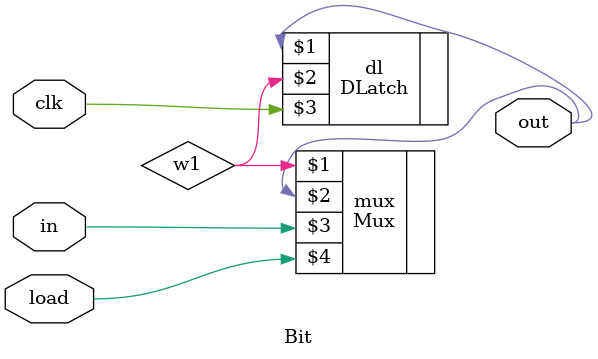
<source format=v>
/* módulo Bit */

`ifndef _Bit_
`define _Bit_

`include "Mux.v"
`include "DLatch.v"

module Bit(out, in, load, clk);
    input in, load, clk;
    output out;
    wire w1;

    Mux mux(w1, out, in, load);
    DLatch dl(out, w1, clk);
    // Descrição de conexões internas do módulo

endmodule

`endif

</source>
